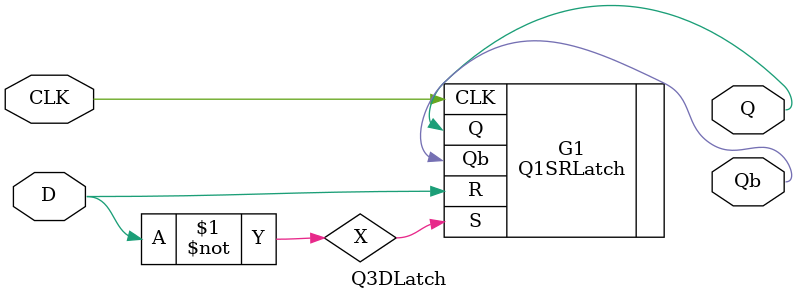
<source format=sv>
`timescale 1ns/1ns
module Q3DLatch(input D ,CLK ,output Q,Qb);
    wire X;
    not #6 (X,D);
    Q1SRLatch G1 (.S(X),.R(D),.CLK(CLK),.Q(Q),.Qb(Qb));
endmodule

</source>
